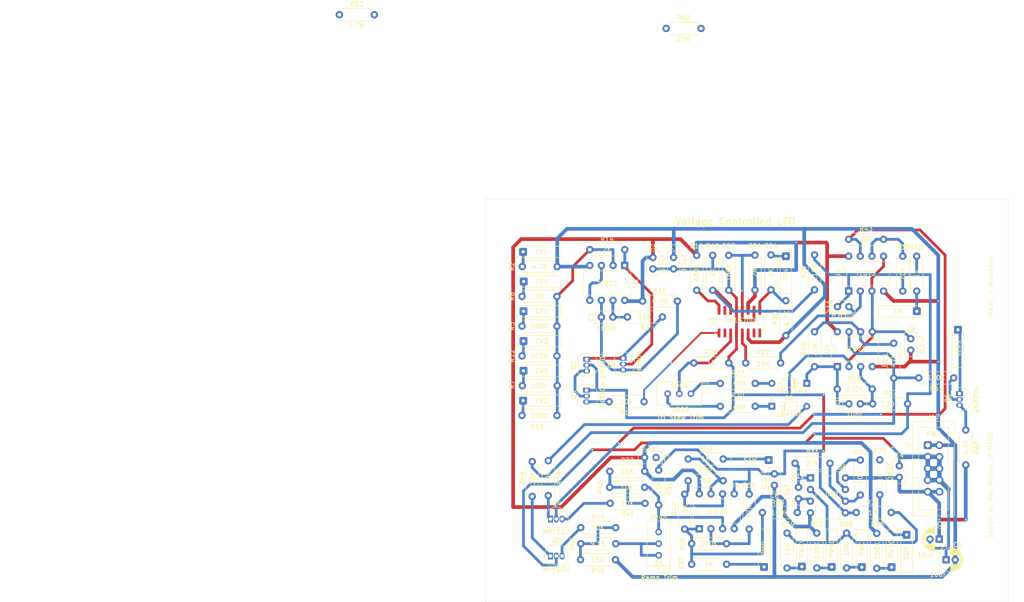
<source format=kicad_pcb>
(kicad_pcb (version 20240108) (generator "pcbnew") (generator_version "8.0")
  (layers (0 "F.Cu" signal) (31 "B.Cu" signal) (34 "B.Paste" user) (35 "F.Paste" user) (36 "B.SilkS" user "B.Silkscreen") (37 "F.SilkS" user "F.Silkscreen") (38 "B.Mask" user) (39 "F.Mask" user) (44 "Edge.Cuts" user))
  (net 0 "")
  (net 1 "Net-(C1-Pad2)")
  (net 2 "Net-(Q1-C)")
  (net 3 "GND")
  (net 4 "+12V")
  (net 5 "-12V")
  (net 6 "Net-(U4A-+)")
  (net 7 "Net-(D1-K)")
  (net 8 "Net-(Q5-S)")
  (net 9 "Net-(U2A--)")
  (net 10 "Net-(U6A-+)")
  (net 11 "Net-(C12-Pad2)")
  (net 12 "Net-(J9-Pad1)")
  (net 13 "Net-(D1-A)")
  (net 14 "Net-(D2-K)")
  (net 15 "Net-(LED1-A)")
  (net 16 "Net-(Q1-B)")
  (net 17 "Net-(Q1-E)")
  (net 18 "Net-(Q2-C)")
  (net 19 "Net-(Q3-C)")
  (net 20 "Net-(Q4-D)")
  (net 21 "Net-(Q4-S)")
  (net 22 "Net-(Q4-G)")
  (net 23 "Net-(Q5-D)")
  (net 24 "Net-(Q5-G)")
  (net 25 "Net-(Q6-B)")
  (net 26 "Net-(Q6-C)")
  (net 27 "Net-(U1A--)")
  (net 28 "Net-(R16-Pad1)")
  (net 29 "Net-(U3C-+)")
  (net 30 "Net-(R20-Pad2)")
  (net 31 "Net-(R22-Pad1)")
  (net 32 "Net-(R23-Pad2)")
  (net 33 "Net-(U3A-+)")
  (net 34 "Net-(R27-Pad1)")
  (net 35 "Net-(R29-Pad1)")
  (net 36 "Net-(R30-Pad1)")
  (net 37 "Net-(U6B--)")
  (net 38 "Net-(R32-Pad1)")
  (net 39 "Net-(U5A-+)")
  (net 40 "Net-(U6A--)")
  (net 41 "Net-(U2B--)")
  (net 42 "Net-(R44-Pad2)")
  (net 43 "Net-(R45-Pad2)")
  (net 44 "Net-(U5B--)")
  (net 45 "Net-(U4B--)")
  (net 46 "/C_INV_SQR")
  (net 47 "Net-(R52-Pad1)")
  (net 48 "Net-(J10-Pad1)")
  (net 49 "Net-(U5A--)")
  (net 50 "Net-(J11-Pad1)")
  (net 51 "Net-(R62-Pad2)")
  (net 56 "Net-(R33-Pad1)")
  (net 57 "Net-(J12-Pad1)")
  (net 58 "Net-(J13-Pad1)")
  (net 59 "Net-(J14-Pad1)")
  (net 60 "Net-(J1-T)")
  (net 61 "Net-(J2-T)")
  (net 62 "Net-(J3-T)")
  (net 63 "Net-(J4-T)")
  (net 64 "Net-(J5-T)")
  (net 65 "Net-(J6-T)")
  (net 66 "Net-(J7-T)")
  (net 67 "Net-(J8-T)")
  (net 68 "Net-(J16-T)")
  (net 69 "CV_OUTPUT")
  (footprint "Resistor_THT:R_Axial_DIN0207_L6.3mm_D2.5mm_P7.62mm_Horizontal" (layer "F.Cu") (at 156.25 77.85 90)
    (property "Reference" "R38")
    (property "Value" "20K")
  )
  (footprint "Resistor_THT:R_Axial_DIN0207_L6.3mm_D2.5mm_P7.62mm_Horizontal" (layer "F.Cu") (at 147 114.75 -90)
    (property "Reference" "R35")
    (property "Value" "10K")
  )
  (footprint "Resistor_THT:R_Axial_DIN0207_L6.3mm_D2.5mm_P7.62mm_Horizontal" (layer "F.Cu") (at 95.6 68.79 180)
    (property "Reference" "R14")
    (property "Value" "2K")
  )
  (footprint "MountingHole:MountingHole_3.2mm_M3" (layer "F.Cu") (at 173.25 139.75)
    (property "Reference" "REF**" (hide yes))
    (property "Value" "MountingHole_3.2mm_M3")
  )
  (footprint "Connector_Wire:SolderWire-0.127sqmm_1x01_D0.48mm_OD1mm_Custom" (layer "F.Cu") (at 73.55 75.75 90)
    (property "Reference" "J11")
    (property "Value" "FFV")
  )
  (footprint "Resistor_THT:R_Axial_DIN0207_L6.3mm_D2.5mm_P7.62mm_Horizontal" (layer "F.Cu") (at 132.75 115.44)
    (property "Reference" "R31")
    (property "Value" "27K")
  )
  (footprint "Capacitor_THT:C_Disc_D5.0mm_W2.5mm_P2.50mm" (layer "F.Cu") (at 147 102.46 180)
    (property "Reference" "C10")
    (property "Value" "10pF")
  )
  (footprint "Connector_Wire:SolderWire-0.127sqmm_1x01_D0.48mm_OD1mm_Custom" (layer "F.Cu") (at 73.5 82.25 90)
    (property "Reference" "J10")
    (property "Value" "CFV")
  )
  (footprint "Resistor_THT:R_Axial_DIN0207_L6.3mm_D2.5mm_P7.62mm_Horizontal" (layer "F.Cu") (at 104.63 20.5)
    (property "Reference" "R62")
    (property "Value" "27K")
  )
  (footprint "Package_DIP:DIP-8_W7.62mm" (layer "F.Cu") (at 111.87 129.74 90)
    (property "Reference" "U5")
    (property "Value" "TL072")
  )
  (footprint "Resistor_THT:R_Axial_DIN0207_L6.3mm_D2.5mm_P7.62mm_Horizontal" (layer "F.Cu") (at 73.25 72.5)
    (property "Reference" "R2")
    (property "Value" "4.7K")
  )
  (footprint "Resistor_THT:R_Axial_DIN0207_L6.3mm_D2.5mm_P7.62mm_Horizontal" (layer "F.Cu") (at 33.34 17.5)
    (property "Reference" "R63")
    (property "Value" "4.7M")
  )
  (footprint "Capacitor_THT:C_Disc_D5.0mm_W2.5mm_P2.50mm" (layer "F.Cu") (at 142 81.25)
    (property "Reference" "C11")
    (property "Value" "0.02uF")
  )
  (footprint "Package_TO_SOT_THT:TO-92_Inline" (layer "F.Cu") (at 79.38 135.69)
    (property "Reference" "Q5")
    (property "Value" "MPF102")
  )
  (footprint "Resistor_THT:R_Axial_DIN0207_L6.3mm_D2.5mm_P7.62mm_Horizontal" (layer "F.Cu") (at 141.98 99.25)
    (property "Reference" "R18")
    (property "Value" "270K")
  )
  (footprint "Resistor_THT:R_Axial_DIN0207_L6.3mm_D2.5mm_P7.62mm_Horizontal" (layer "F.Cu") (at 80.81 92 180)
    (property "Reference" "R12")
    (property "Value" "100K")
  )
  (footprint "Resistor_THT:R_Axial_DIN0207_L6.3mm_D2.5mm_P7.62mm_Horizontal" (layer "F.Cu") (at 92.42 124.19)
    (property "Reference" "R41")
    (property "Value" "10K")
  )
  (footprint "Resistor_THT:R_Axial_DIN0207_L6.3mm_D2.5mm_P7.62mm_Horizontal" (layer "F.Cu") (at 117.06 119.25 180)
    (property "Reference" "R52")
    (property "Value" "10K")
  )
  (footprint "Connector_Wire:SolderWire-0.127sqmm_1x01_D0.48mm_OD1mm_Custom" (layer "F.Cu") (at 73.5 88.75 90)
    (property "Reference" "J3")
    (property "Value" "CV3")
  )
  (footprint "Package_TO_SOT_THT:TO-92_Inline" (layer "F.Cu") (at 168.64 100.23 -90)
    (property "Reference" "Q6")
    (property "Value" "2N3904")
  )
  (footprint "Resistor_THT:R_Axial_DIN0207_L6.3mm_D2.5mm_P7.62mm_Horizontal" (layer "F.Cu") (at 80.81 105 180)
    (property "Reference" "R13")
    (property "Value" "100K")
  )
  (footprint "Capacitor_THT:C_Disc_D5.0mm_W2.5mm_P2.50mm" (layer "F.Cu") (at 99.92 114.19)
    (property "Reference" "C3")
    (property "Value" "0.1uF")
  )
  (footprint "Connector_Wire:SolderWire-0.127sqmm_1x01_D0.48mm_OD1mm_Custom" (layer "F.Cu") (at 157.08 131.06)
    (property "Reference" "J6")
    (property "Value" "SQR")
  )
  (footprint "Resistor_THT:R_Axial_DIN0207_L6.3mm_D2.5mm_P7.62mm_Horizontal" (layer "F.Cu") (at 116.44 103)
    (property "Reference" "R30")
    (property "Value" "100K")
  )
  (footprint "Connector_Wire:SolderWire-0.127sqmm_1x01_D0.48mm_OD1mm_Custom" (layer "F.Cu") (at 159.325 82.25 -90)
    (property "Reference" "J4")
    (property "Value" "TRI")
  )
  (footprint "Connector_Wire:SolderWire-0.127sqmm_1x01_D0.48mm_OD1mm_Custom" (layer "F.Cu") (at 127 114.75 -90)
    (property "Reference" "J7")
    (property "Value" "SAW")
  )
  (footprint "Resistor_THT:R_Axial_DIN0207_L6.3mm_D2.5mm_P7.62mm_Horizontal" (layer "F.Cu") (at 93.56 136.5 180)
    (property "Reference" "R50")
    (property "Value" "15K")
  )
  (footprint "Potentiometer_THT:Potentiometer_Bourns_3296X_Horizontal" (layer "F.Cu") (at 103 130.46 90)
    (property "Reference" "VR46")
    (property "Value" "2K")
  )
  (footprint "Resistor_THT:R_Axial_DIN0207_L6.3mm_D2.5mm_P7.62mm_Horizontal" (layer "F.Cu") (at 124 70 -90)
    (property "Reference" "R24")
    (property "Value" "2M")
  )
  (footprint "Resistor_THT:R_Axial_DIN0207_L6.3mm_D2.5mm_P7.62mm_Horizontal" (layer "F.Cu") (at 170 108.19 -90)
    (property "Reference" "R60")
    (property "Value" "4.7K")
  )
  (footprint "Package_TO_SOT_THT:TO-92_Inline" (layer "F.Cu") (at 87.29 92.75 -90)
    (property "Reference" "Q2")
    (property "Value" "2N3904")
  )
  (footprint "Package_TO_SOT_THT:TO-92_Inline" (layer "F.Cu") (at 95.25 92.52 -90)
    (property "Reference" "Q1")
    (property "Value" "2N3904")
  )
  (footprint "Resistor_THT:R_Axial_DIN0207_L6.3mm_D2.5mm_P7.62mm_Horizontal" (layer "F.Cu") (at 108.67 129.81 90)
    (property "Reference" "R47")
    (property "Value" "10K")
  )
  (footprint "Connector_Wire:SolderWire-0.127sqmm_1x01_D0.48mm_OD1mm_Custom" (layer "F.Cu") (at 73.5 95.25 90)
    (property "Reference" "J1")
    (property "Value" "CV1")
  )
  (footprint "Package_DIP:DIP-8_W7.62mm" (layer "F.Cu") (at 95.59 72.24 -90)
    (property "Reference" "U1")
    (property "Value" "TL072")
  )
  (footprint "Capacitor_THT:C_Disc_D5.0mm_W2.5mm_P2.50mm" (layer "F.Cu") (at 128.25 117.75 -90)
    (property "Reference" "C8")
    (property "Value" "0.1uF")
  )
  (footprint "Resistor_THT:R_Axial_DIN0207_L6.3mm_D2.5mm_P7.62mm_Horizontal" (layer "F.Cu") (at 137 77.56 90)
    (property "Reference" "R28")
    (property "Value" "110K")
  )
  (footprint "Resistor_THT:R_Axial_DIN0207_L6.3mm_D2.5mm_P7.62mm_Horizontal" (layer "F.Cu") (at 86 129.5)
    (property "Reference" "R44")
    (property "Value" "10K")
  )
  (footprint "MountingHole:MountingHole_3.2mm_M3" (layer "F.Cu") (at 71.25 63.75)
    (property "Reference" "REF**" (hide yes))
    (property "Value" "MountingHole_3.2mm_M3")
  )
  (footprint "Connector_Wire:SolderWire-0.127sqmm_1x01_D0.48mm_OD1mm_Custom" (layer "F.Cu") (at 134.25 138 180)
    (property "Reference" "J16")
    (property "Value" "PWXV")
  )
  (footprint "Package_DIP:DIP-8_W7.62mm" (layer "F.Cu") (at 141.99 94.34 90)
    (property "Reference" "U4")
    (property "Value" "TL072")
  )
  (footprint "Capacitor_THT:C_Disc_D5.0mm_W2.5mm_P2.50mm" (layer "F.Cu") (at 101.75 70.5 -90)
    (property "Reference" "C5")
    (property "Value" "0.1uF")
  )
  (footprint "Capacitor_THT:CP_Radial_D5.0mm_P2.00mm" (layer "F.Cu") (at 165.705113 136.5)
    (property "Reference" "C6")
    (property "Value" "10uF")
  )
  (footprint "Connector_Wire:SolderWire-0.127sqmm_1x01_D0.48mm_OD1mm_Custom" (layer "F.Cu") (at 73.425 101.75 90)
    (property "Reference" "J2")
    (property "Value" "CV2")
  )
  (footprint "Resistor_THT:R_Axial_DIN0207_L6.3mm_D2.5mm_P7.62mm_Horizontal" (layer "F.Cu") (at 127.5 77.56 90)
    (property "Reference" "R21")
    (property "Value" "1K")
  )
  (footprint "Capacitor_THT:C_Disc_D5.0mm_W2.5mm_P2.50mm" (layer "F.Cu") (at 155.5 118.5 90)
    (property "Reference" "C4")
    (property "Value" "0.1uF")
  )
  (footprint "Resistor_THT:R_Axial_DIN0207_L6.3mm_D2.5mm_P7.62mm_Horizontal" (layer "F.Cu") (at 154.29 96.85 90)
    (property "Reference" "R54")
    (property "Value" "47K")
  )
  (footprint "Connector_Wire:SolderWire-0.127sqmm_1x01_D0.48mm_OD1mm_Custom" (layer "F.Cu") (at 168.29 86.29)
    (property "Reference" "LED1")
    (property "Value" "LED1")
  )
  (footprint "Resistor_THT:R_Axial_DIN0207_L6.3mm_D2.5mm_P7.62mm_Horizontal" (layer "F.Cu") (at 137.5 130.69 -90)
    (property "Reference" "R42")
    (property "Value" "100K")
  )
  (footprint "Resistor_THT:R_Axial_DIN0207_L6.3mm_D2.5mm_P7.62mm_Horizontal" (layer "F.Cu") (at 92.3 120.69)
    (property "Reference" "R40")
    (property "Value" "10K")
  )
  (footprint "Resistor_THT:R_Axial_DIN0207_L6.3mm_D2.5mm_P7.62mm_Horizontal" (layer "F.Cu") (at 86 133)
    (property "Reference" "R45")
    (property "Value" "9.1K")
  )
  (footprint "Resistor_THT:R_Axial_DIN0207_L6.3mm_D2.5mm_P7.62mm_Horizontal" (layer "F.Cu") (at 137 94.35 90)
    (property "Reference" "R48")
    (property "Value" "47K")
  )
  (footprint "Package_TO_SOT_THT:TO-92_Inline" (layer "F.Cu") (at 79.38 127.61)
    (property "Reference" "Q4")
    (property "Value" "MPF102")
  )
  (footprint "Resistor_THT:R_Axial_DIN0207_L6.3mm_D2.5mm_P7.62mm_Horizontal" (layer "F.Cu") (at 144 138.31 90)
    (property "Reference" "R58")
    (property "Value" "10K")
  )
  (footprint "Connector_IDC:IDC-Header_2x05_P2.54mm_Vertical" (layer "F.Cu") (at 161.71 111.5)
    (property "Reference" "J17")
    (property "Value" "PWR")
  )
  (footprint "Resistor_THT:R_Axial_DIN0207_L6.3mm_D2.5mm_P7.62mm_Horizontal" (layer "F.Cu") (at 73.25 98.5)
    (property "Reference" "R7")
    (property "Value" "100K")
  )
  (footprint "Resistor_THT:R_Axial_DIN0207_L6.3mm_D2.5mm_P7.62mm_Horizontal" (layer "F.Cu") (at 131 138.31 90)
    (property "Reference" "R59")
    (property "Value" "10K")
  )
  (footprint "Resistor_THT:R_Axial_DIN0207_L6.3mm_D2.5mm_P7.62mm_Horizontal" (layer "F.Cu") (at 99.48 80.04)
    (property "Reference" "R10")
    (property "Value" "4.7M")
  )
  (footprint "Resistor_THT:R_Axial_DIN0207_L6.3mm_D2.5mm_P7.62mm_Horizontal" (layer "F.Cu") (at 111.29 77.66 90)
    (property "Reference" "R16")
    (property "Value" "680K")
  )
  (footprint "Connector_Wire:SolderWire-0.127sqmm_1x01_D0.48mm_OD1mm_Custom" (layer "F.Cu") (at 73.425 69.25 90)
    (property "Reference" "J9")
    (property "Value" "CFL")
  )
  (footprint "MountingHole:MountingHole_3.2mm_M3" (layer "F.Cu") (at 173.25 63.75)
    (property "Reference" "REF**" (hide yes))
    (property "Value" "MountingHole_3.2mm_M3")
  )
  (footprint "Resistor_THT:R_Axial_DIN0207_L6.3mm_D2.5mm_P7.62mm_Horizontal" (layer "F.Cu") (at 149.69 102.46)
    (property "Reference" "R17")
    (property "Value" "120K")
  )
  (footprint "Resistor_THT:R_Axial_DIN0207_L6.3mm_D2.5mm_P7.62mm_Horizontal" (layer "F.Cu") (at 167.365 96.79 180)
    (property "Reference" "R61")
    (property "Value" "100K")
  )
  (footprint "Resistor_THT:R_Axial_DIN0207_L6.3mm_D2.5mm_P7.62mm_Horizontal" (layer "F.Cu") (at 130.75 87.56 90)
    (property "Reference" "R20")
    (property "Value" "4.7K")
  )
  (footprint "Capacitor_THT:C_Disc_D5.0mm_W2.5mm_P2.50mm" (layer "F.Cu") (at 106.25 73 90)
    (property "Reference" "C7")
    (property "Value" "0.1uF")
  )
  (footprint "Resistor_THT:R_Axial_DIN0207_L6.3mm_D2.5mm_P7.62mm_Horizontal" (layer "F.Cu") (at 118.29 77.66 90)
    (property "Reference" "R23")
    (property "Value" "180K")
  )
  (footprint "Resistor_THT:R_Axial_DIN0207_L6.3mm_D2.5mm_P7.62mm_Horizontal" (layer "F.Cu") (at 152.06 66.54 180)
    (property "Reference" "R43")
    (property "Value" "20K")
  )
  (footprint "Resistor_THT:R_Axial_DIN0207_L6.3mm_D2.5mm_P7.62mm_Horizontal" (layer "F.Cu") (at 159.29 77.85 90)
    (property "Reference" "R15")
    (property "Value" "1K")
  )
  (footprint "Resistor_THT:R_Axial_DIN0207_L6.3mm_D2.5mm_P7.62mm_Horizontal" (layer "F.Cu") (at 121.98 93.54)
    (property "Reference" "R22")
    (property "Value" "39K")
  )
  (footprint "Capacitor_THT:C_Disc_D5.0mm_W2.5mm_P2.50mm" (layer "F.Cu") (at 133.5 123.19 90)
    (property "Reference" "C12")
    (property "Value" "10pF")
  )
  (footprint "Package_DIP:DIP-8_W7.62mm" (layer "F.Cu") (at 144.45 77.84 90)
    (property "Reference" "U2")
    (property "Value" "TL072")
  )
  (footprint "Package_TO_SOT_THT:TO-92_Inline" (layer "F.Cu") (at 87.25 99.5 -90)
    (property "Reference" "Q3")
    (property "Value" "2N3906")
  )
  (footprint "Connector_Wire:SolderWire-0.127sqmm_1x01_D0.48mm_OD1mm_Custom" (layer "F.Cu") (at 130.75 70.215)
    (property "Reference" "J5")
    (property "Value" "SIN")
  )
  (footprint "MountingHole:MountingHole_3.2mm_M3" (layer "F.Cu") (at 71.25 139.75)
    (property "Reference" "REF**" (hide yes))
    (property "Value" "MountingHole_3.2mm_M3")
  )
  (footprint "Connector_Wire:SolderWire-0.127sqmm_1x01_D0.48mm_OD1mm_Custom" (layer "F.Cu") (at 153.83 138.135 180)
    (property "Reference" "J14")
    (property "Value" "PW10")
  )
  (footprint "Potentiometer_THT:Potentiometer_Bourns_3296X_Horizontal" (layer "F.Cu") (at 104.96 100.25 180)
    (property "Reference" "VR25")
    (property "Value" "100K")
  )
  (footprint "Resistor_THT:R_Axial_DIN0207_L6.3mm_D2.5mm_P7.62mm_Horizontal" (layer "F.Cu") (at 78.92 114.88 -90)
    (property "Reference" "R39")
    (property "Value" "30K")
  )
  (footprint "Resistor_THT:R_Axial_DIN0207_L6.3mm_D2.5mm_P7.62mm_Horizontal" (layer "F.Cu") (at 75.42 115.07 -90)
    (property "Reference" "R49")
    (property "Value" "30K")
  )
  (footprint "Resistor_THT:R_Axial_DIN0207_L6.3mm_D2.5mm_P7.62mm_Horizontal" (layer "F.Cu") (at 92.34 117.19)
    (property "Reference" "R32")
    (property "Value" "15K")
  )
  (footprint "Resistor_THT:R_Axial_DIN0207_L6.3mm_D2.5mm_P7.62mm_Horizontal" (layer "F.Cu") (at 103 116.94 -90)
    (property "Reference" "R51")
    (property "Value" "10K")
  )
  (footprint "Connector_Wire:SolderWire-0.127sqmm_1x01_D0.48mm_OD1mm_Custom" (layer "F.Cu") (at 147.33 138.135 180)
    (property "Reference" "J12")
    (property "Value" "PWC")
  )
  (footprint "Resistor_THT:R_Axial_DIN0207_L6.3mm_D2.5mm_P7.62mm_Horizontal" (layer "F.Cu") (at 117.06 114.5 180)
    (property "Reference" "R53")
    (property "Value" "1K")
  )
  (footprint "Resistor_THT:R_Axial_DIN0207_L6.3mm_D2.5mm_P7.62mm_Horizontal" (layer "F.Cu") (at 110.19 133)
    (property "Reference" "R56")
    (property "Value" "100K")
  )
  (footprint "Resistor_THT:R_Axial_DIN0207_L6.3mm_D2.5mm_P7.62mm_Horizontal" (layer "F.Cu") (at 151.25 114.69 -90)
    (property "Reference" "R29")
    (property "Value" "1K")
  )
  (footprint "Resistor_THT:R_Axial_DIN0207_L6.3mm_D2.5mm_P7.62mm_Horizontal" (layer "F.Cu") (at 110.67 93.54)
    (property "Reference" "R26")
    (property "Value" "1K")
  )
  (footprint "Resistor_THT:R_Axial_DIN0207_L6.3mm_D2.5mm_P7.62mm_Horizontal" (layer "F.Cu") (at 99.81 102 180)
    (property "Reference" "R11")
    (property "Value" "10K")
  )
  (footprint "Resistor_THT:R_Axial_DIN0207_L6.3mm_D2.5mm_P7.62mm_Horizontal" (layer "F.Cu") (at 122.75 129.81 90)
    (property "Reference" "R55")
    (property "Value" "47K")
  )
  (footprint "Package_SO:SOIC-16_3.9x9.9mm_P1.27mm" (layer "F.Cu") (at 120.615 84.515 90)
    (property "Reference" "U3")
    (property "Value" "LM13700")
  )
  (footprint "Resistor_THT:R_Axial_DIN0207_L6.3mm_D2.5mm_P7.62mm_Horizontal" (layer "F.Cu") (at 150.58 138.37 90)
    (property "Reference" "R36")
    (property "Value" "100K")
  )
  (footprint "Resistor_THT:R_Axial_DIN0207_L6.3mm_D2.5mm_P7.62mm_Horizontal" (layer "F.Cu") (at 146.11 126.19)
    (property "Reference" "R34")
    (property "Value" "1M")
  )
  (footprint "Connector_Wire:SolderWire-0.127sqmm_1x01_D0.48mm_OD1mm_Custom" (layer "F.Cu") (at 126 138.075 180)
    (property "Reference" "J8")
    (property "Value" "RMP")
  )
  (footprint "Resistor_THT:R_Axial_DIN0207_L6.3mm_D2.5mm_P7.62mm_Horizontal" (layer "F.Cu") (at 116.44 98)
    (property "Reference" "R27")
    (property "Value" "100K")
  )
  (footprint "Capacitor_THT:C_Disc_D5.0mm_W2.5mm_P2.50mm" (layer "F.Cu") (at 158 88.25 -90)
    (property "Reference" "C9")
    (property "Value" "0.1uF")
  )
  (footprint "Resistor_THT:R_Axial_DIN0207_L6.3mm_D2.5mm_P7.62mm_Horizontal" (layer "F.Cu") (at 114.79 77.66 90)
    (property "Reference" "R19")
    (property "Value" "2K")
  )
  (footprint "Capacitor_THT:C_Disc_D5.0mm_W2.5mm_P2.50mm" (layer "F.Cu") (at 90.5 83.54)
    (property "Reference" "C1")
    (property "Value" "100pF")
  )
  (footprint "Resistor_THT:R_Axial_DIN0207_L6.3mm_D2.5mm_P7.62mm_Horizontal" (layer "F.Cu") (at 117.81 137.5 180)
    (property "Reference" "R57")
    (property "Value" "1K")
  )
  (footprint "Capacitor_THT:CP_Radial_D5.0mm_P2.00mm" (layer "F.Cu") (at 164.205113 132 180)
    (property "Reference" "C2")
    (property "Value" "10uF")
  )
  (footprint "Resistor_THT:R_Axial_DIN0207_L6.3mm_D2.5mm_P7.62mm_Horizontal" (layer "F.Cu") (at 80.81 79 180)
    (property "Reference" "R8")
    (property "Value" "3M")
  )
  (footprint "Diode_THT:D_DO-34_SOD68_P7.62mm_Horizontal" (layer "F.Cu") (at 127.685 103)
    (property "Reference" "D2")
    (property "Value" "1N4148")
  )
  (footprint "Diode_THT:D_DO-34_SOD68_P7.62mm_Horizontal" (layer "F.Cu") (at 135.315 98 180)
    (property "Reference" "D1")
    (property "Value" "1N4148")
  )
  (footprint "Package_DIP:DIP-8_W7.62mm" (layer "F.Cu") (at 136.12 118.64)
    (property "Reference" "U6")
    (property "Value" "TL072")
  )
  (footprint "Resistor_THT:R_Axial_DIN0207_L6.3mm_D2.5mm_P7.62mm_Horizontal" (layer "F.Cu") (at 125.63 126.19)
    (property "Reference" "R33")
    (property "Value" "100K")
  )
  (footprint "Connector_Wire:SolderWire-0.127sqmm_1x01_D0.48mm_OD1mm_Custom" (layer "F.Cu") (at 140.75 138.075 180)
    (property "Reference" "J13")
    (property "Value" "PW90")
  )
  (footprint "Resistor_THT:R_Axial_DIN0207_L6.3mm_D2.5mm_P7.62mm_Horizontal" (layer "F.Cu") (at 80.81 85.5 180)
    (property "Reference" "R5")
    (property "Value" "100K")
  )
  (footprint "Resistor_THT:R_Axial_DIN0207_L6.3mm_D2.5mm_P7.62mm_Horizontal" (layer "F.Cu") (at 103.81 83.5 180)
    (property "Reference" "R3")
    (property "Value" "10K")
  )
  (gr_rect (start 65.25 57.75) (end 179.25 145.75) (stroke (width 0.05)) (fill none) (layer "Edge.Cuts"))
  (gr_text "Voltage Controlled LFO" (at 106.5 63.5 0) (layer "F.SilkS") (effects (font (size 1.5 1.5) (thickness 0.2)) (justify left bottom)))
  (gr_text "Design by Ray Wilson of MFOS" (at 176 132 90) (layer "F.SilkS") (effects (font (size 1 1) (thickness 0.1)) (justify left bottom)))
  (gr_text "Ramp Trim" (at 99 141 0) (layer "F.SilkS") (effects (font (size 1 1) (thickness 0.2) (bold yes)) (justify left bottom)))
  (gr_text "Tri Skew Trim" (at 102.5 106 0) (layer "F.SilkS") (effects (font (size 1 1) (thickness 0.2) (bold yes)) (justify left bottom)))
  (gr_text "Made in Australia" (at 176 83.5 90) (layer "F.SilkS") (effects (font (size 1 1) (thickness 0.1)) (justify left bottom)))
  (segment (start 93 79.91) (end 93.05 79.86) (width 0.6) (layer "B.Cu") (net 1))
  (segment (start 96.15 83.54) (end 96.19 83.5) (width 0.6) (layer "B.Cu") (net 1))
  (segment (start 93 83.54) (end 96.15 83.54) (width 0.6) (layer "B.Cu") (net 1))
  (segment (start 93 83.54) (end 93 79.91) (width 0.6) (layer "B.Cu") (net 1))
  (segment (start 90.51 79.86) (end 90.51 83.53) (width 0.6) (layer "B.Cu") (net 2))
  (segment (start 90.5 83.54) (end 90.5 92.75) (width 0.6) (layer "B.Cu") (net 2))
  (segment (start 92.81 95.06) (end 94.27 95.06) (width 0.6) (layer "B.Cu") (net 2))
  (segment (start 107.1 87.15) (end 107.1 80.04) (width 0.6) (layer "B.Cu") (net 2))
  (segment (start 94.27 95.06) (end 99.19 95.06) (width 0.6) (layer "B.Cu") (net 2))
  (segment (start 90.5 92.75) (end 92.81 95.06) (width 0.6) (layer "B.Cu") (net 2))
  (segment (start 90.51 83.53) (end 90.5 83.54) (width 0.6) (layer "B.Cu") (net 2))
  (segment (start 99.19 95.06) (end 107.1 87.15) (width 0.6) (layer "B.Cu") (net 2))
  (segment (start 139 100.5) (end 139 110) (width 0.6) (layer "F.Cu") (net 3))
  (segment (start 149.61 87.89) (end 144.53 92.97) (width 0.6) (layer "F.Cu") (net 3))
  (segment (start 139 110) (end 152 110) (width 0.6) (layer "F.Cu") (net 3))
  (segment (start 119.98 79.35) (end 119.98 82.04) (width 0.6) (layer "F.Cu") (net 3))
  (segment (start 118.29 92.21) (end 119.98 90.52) (width 0.6) (layer "F.Cu") (net 3))
  (segment (start 149.5 75) (end 149.5 77.81) (width 0.6) (layer "F.Cu") (net 3))
  (segment (start 139 110) (end 139 112.75) (width 0.6) (layer "F.Cu") (net 3))
  (segment (start 149.61 86.72) (end 149.61 87.89) (width 0.6) (layer "F.Cu") (net 3))
  (segment (start 152 110) (end 154 112) (width 0.6) (layer "F.Cu") (net 3))
  (segment (start 118.29 77.66) (end 119.98 79.35) (width 0.6) (layer "F.Cu") (net 3))
  (segment (start 152.07 70.22) (end 152.07 72.43) (width 0.6) (layer "F.Cu") (net 3))
  (segment (start 118.29 93.54) (end 118.29 92.21) (width 0.6) (layer "F.Cu") (net 3))
  (segment (start 149.5 77.81) (end 149.53 77.84) (width 0.6) (layer "F.Cu") (net 3))
  (segment (start 119.98 82.04) (end 119.98 86.99) (width 0.6) (layer "F.Cu") (net 3))
  (segment (start 144.53 92.97) (end 144.53 94.34) (width 0.6) (layer "F.Cu") (net 3))
  (segment (start 152.07 72.43) (end 149.5 75) (width 0.6) (layer "F.Cu") (net 3))
  (segment (start 119.98 90.52) (end 119.98 86.99) (width 0.6) (layer "F.Cu") (net 3))
  (via (at 139 100.5) (size 0.6) (drill 0.3) (layers "F.Cu" "B.Cu") (net 3))
  (via (at 139 112.75) (size 0.6) (drill 0.3) (layers "F.Cu" "B.Cu") (net 3))
  (via (at 154 112) (size 0.6) (drill 0.3) (layers "F.Cu" "B.Cu") (net 3))
  (segment (start 124.75 116.75) (end 122.75 116.75) (width 0.6) (layer "B.Cu") (net 3))
  (segment (start 164.25 114.04) (end 161.71 114.04) (width 1) (layer "B.Cu") (net 3))
  (segment (start 166.25 134) (end 166.25 121.12) (width 0.6) (layer "B.Cu") (net 3))
  (segment (start 138.25 120.77) (end 138.25 112.75) (width 0.6) (layer "B.Cu") (net 3))
  (segment (start 165.705113 134) (end 165.705113 136.25) (width 0.6) (layer "B.Cu") (net 3))
  (segment (start 96 105.5) (end 96 99.5) (width 0.6) (layer "B.Cu") (net 3))
  (segment (start 106.61 112.5) (end 104.92 114.19) (width 0.6) (layer "B.Cu") (net 3))
  (segment (start 87.29 94.02) (end 88.56 94.02) (width 0.6) (layer "B.Cu") (net 3))
  (segment (start 161.71 119.12) (end 164.25 119.12) (width 1) (layer "B.Cu") (net 3))
  (segment (start 96 99.5) (end 89.25 99.5) (width 0.6) (layer "B.Cu") (net 3))
  (segment (start 90.51 72.24) (end 90.51 75.32) (width 0.6) (layer "B.Cu") (net 3))
  (segment (start 122.75 116.75) (end 115.75 116.75) (width 0.6) (layer "B.Cu") (net 3))
  (segment (start 130.5 112.75) (end 130.5 117.75) (width 0.6) (layer "B.Cu") (net 3))
  (segment (start 144.53 93.20863) (end 143.32137 92) (width 0.6) (layer "B.Cu") (net 3))
  (segment (start 165.705113 134) (end 166.25 134) (width 0.6) (layer "B.Cu") (net 3))
  (segment (start 118.29 74.04) (end 118.29 77.66) (width 0.6) (layer "B.Cu") (net 3))
  (segment (start 149.61 86.72) (end 149.61 77.92) (width 0.6) (layer "B.Cu") (net 3))
  (segment (start 125.75 117.75) (end 124.75 116.75) (width 0.6) (layer "B.Cu") (net 3))
  (segment (start 111.5 112.5) (end 106.61 112.5) (width 0.6) (layer "B.Cu") (net 3))
  (segment (start 131.5 95.75) (end 131.5 100.5) (width 0.6) (layer "B.Cu") (net 3))
  (segment (start 138.25 112.75) (end 139 112.75) (width 0.6) (layer "B.Cu") (net 3))
  (segment (start 162.205113 133.13137) (end 163.073743 134) (width 0.6) (layer "B.Cu") (net 3))
  (segment (start 161.71 114.04) (end 161.71 116.58) (width 1) (layer "B.Cu") (net 3))
  (segment (start 155.5 114) (end 155.5 113.5) (width 0.6) (layer "B.Cu") (net 3))
  (segment (start 156.47 86.72) (end 149.61 86.72) (width 0.6) (layer "B.Cu") (net 3))
  (segment (start 103 116.11) (end 104.92 114.19) (width 0.6) (layer "B.Cu") (net 3))
  (segment (start 89.5 94.96) (end 89.5 99.25) (width 0.6) (layer "B.Cu") (net 3))
  (segment (start 164.25 119.12) (end 164.25 116.58) (width 1) (layer "B.Cu") (net 3))
  (segment (start 122.75 119.5) (end 122.75 116.75) (width 0.6) (layer "B.Cu") (net 3))
  (segment (start 88.56 94.02) (end 89.5 94.96) (width 0.6) (layer "B.Cu") (net 3))
  (segment (start 103 116.94) (end 103 116.11) (width 0.6) (layer "B.Cu") (net 3))
  (segment (start 90.51 75.32) (end 89.79 76.04) (width 0.6) (layer "B.Cu") (net 3))
  (segment (start 122.75 119.5) (end 122.75 122.19) (width 0.6) (layer "B.Cu") (net 3))
  (segment (start 119.25 99.5) (end 119.25 103.5) (width 0.6) (layer "B.Cu") (net 3))
  (segment (start 119.25 94.5) (end 119.25 99.5) (width 0.6) (layer "B.Cu") (net 3))
  (segment (start 118.29 93.54) (end 119.25 94.5) (width 0.6) (layer "B.Cu") (net 3))
  (segment (start 87.97 76.61) (end 87.97 79.86) (width 0.6) (layer "B.Cu") (net 3))
  (segment (start 161.71 116.58) (end 164.25 116.58) (width 1) (layer "B.Cu") (net 3))
  (segment (start 163.073743 134) (end 165.705113 134) (width 0.6) (layer "B.Cu") (net 3))
  (segment (start 117.29 73.04) (end 118.29 74.04) (width 0.6) (layer "B.Cu") (net 3))
  (segment (start 106.29 73.04) (end 114.75 73.04) (width 0.6) (layer "B.Cu") (net 3))
  (segment (start 117.25 105.5) (end 96 105.5) (width 0.6) (layer "B.Cu") (net 3))
  (segment (start 119.25 103.5) (end 117.25 105.5) (width 0.6) (layer "B.Cu") (net 3))
  (segment (start 131.5 100.5) (end 139 100.5) (width 0.6) (layer "B.Cu") (net 3))
  (segment (start 143.32137 92) (end 135.25 92) (width 0.6) (layer "B.Cu") (net 3))
  (segment (start 146.04 126.26) (end 146.11 126.19) (width 0.6) (layer "B.Cu") (net 3))
  (segment (start 158 88.25) (end 156.47 86.72) (width 0.6) (layer "B.Cu") (net 3))
  (segment (start 149.61 77.92) (end 149.53 77.84) (width 0.6) (layer "B.Cu") (net 3))
  (segment (start 122.75 116.75) (end 122.75 117) (width 0.6) (layer "B.Cu") (net 3))
  (segment (start 128.25 117.75) (end 125.75 117.75) (width 0.6) (layer "B.Cu") (net 3))
  (segment (start 135.25 92) (end 131.5 95.75) (width 0.6) (layer "B.Cu") (net 3))
  (segment (start 89.79 76.04) (end 88.54 76.04) (width 0.6) (layer "B.Cu") (net 3))
  (segment (start 155.54 114.04) (end 155.5 114) (width 0.6) (layer "B.Cu") (net 3))
  (segment (start 143.74 126.26) (end 138.25 120.77) (width 0.6) (layer "B.Cu") (net 3))
  (segment (start 155.5 116) (end 155.5 114) (width 0.6) (layer "B.Cu") (net 3))
  (segment (start 161.71 116.58) (end 161.71 119.12) (width 1) (layer "B.Cu") (net 3))
  (segment (start 88.54 76.04) (end 87.97 76.61) (width 0.6) (layer "B.Cu") (net 3))
  (segment (start 119.25 100.5) (end 131.5 100.5) (width 0.6) (layer "B.Cu") (net 3))
  (segment (start 144.53 94.34) (end 144.53 93.20863) (width 0.6) (layer "B.Cu") (net 3))
  (segment (start 154 112) (end 155.5 113.5) (width 0.6) (layer "B.Cu") (net 3))
  (segment (start 119.49 122.12) (end 119.49 119.5) (width 0.6) (layer "B.Cu") (net 3))
  (segment (start 162.205113 132) (end 162.205113 133.13137) (width 0.6) (layer "B.Cu") (net 3))
  (segment (start 115.75 116.75) (end 111.5 112.5) (width 0.6) (layer "B.Cu") (net 3))
  (segment (start 89.5 99.25) (end 89.25 99.5) (width 0.6) (layer "B.Cu") (net 3))
  (segment (start 143.74 126.26) (end 146.04 126.26) (width 0.6) (layer "B.Cu") (net 3))
  (segment (start 130.5 117.75) (end 128.25 117.75) (width 0.6) (layer "B.Cu") (net 3))
  (segment (start 114.79 73) (end 114.75 73.04) (width 0.6) (layer "B.Cu") (net 3))
  (segment (start 89.25 99.5) (end 87.25 99.5) (width 0.6) (layer "B.Cu") (net 3))
  (segment (start 114.79 70.04) (end 114.79 73) (width 0.6) (layer "B.Cu") (net 3))
  (segment (start 114.75 73.04) (end 117.29 73.04) (width 0.6) (layer "B.Cu") (net 3))
  (segment (start 138.25 112.75) (end 130.5 112.75) (width 0.6) (layer "B.Cu") (net 3))
  (segment (start 119.49 119.5) (end 122.75 119.5) (width 0.6) (layer "B.Cu") (net 3))
  (segment (start 106.25 73) (end 101.75 73) (width 0.6) (layer "B.Cu") (net 3))
  (segment (start 166.25 121.12) (end 164.25 119.12) (width 1) (layer "B.Cu") (net 3))
  (segment (start 161.71 114.04) (end 155.54 114.04) (width 1) (layer "B.Cu") (net 3))
  (segment (start 164.25 116.58) (end 164.25 114.04) (width 1) (layer "B.Cu") (net 3))
  (segment (start 133 67.25) (end 139.5 67.25) (width 0.8) (layer "F.Cu") (net 4))
  (segment (start 170 127.75) (end 164.25 127.75) (width 0.8) (layer "F.Cu") (net 4))
  (segment (start 92.56 114.19) (end 81.75 125) (width 0.8) (layer "F.Cu") (net 4))
  (segment (start 124 77.62) (end 124 79) (width 0.8) (layer "F.Cu") (net 4))
  (segment (start 81.75 125) (end 71.25 125) (width 0.8) (layer "F.Cu") (net 4))
  (segment (start 71.25 68.25) (end 73 66.5) (width 0.8) (layer "F.Cu") (net 4))
  (segment (start 71.25 125) (end 71.25 68.25) (width 0.8) (layer "F.Cu") (net 4))
  (segment (start 107.75 66.5) (end 111.29 70.04) (width 0.8) (layer "F.Cu") (net 4))
  (segment (start 139.78 70.22) (end 139.75 70.25) (width 0.8) (layer "F.Cu") (net 4))
  (segment (start 139.75 67.5) (end 139.75 70.25) (width 0.8) (layer "F.Cu") (net 4))
  (segment (start 101.75 66.5) (end 107.75 66.5) (width 0.8) (layer "F.Cu") (net 4))
  (segment (start 124 77.62) (end 124 78.25) (width 0.8) (layer "F.Cu") (net 4))
  (segment (start 139.5 67.25) (end 139.75 67.5) (width 0.8) (layer "F.Cu") (net 4))
  (segment (start 139.75 70.25) (end 139.75 84.48) (width 0.8) (layer "F.Cu") (net 4))
  (segment (start 101.75 70.25) (end 101.75 66.5) (width 0.8) (layer "F.Cu") (net 4))
  (segment (start 122.52 80.98) (end 122.52 82.04) (width 0.8) (layer "F.Cu") (net 4))
  (segment (start 124 79) (end 122.52 80.48) (width 0.8) (layer "F.Cu") (net 4))
  (segment (start 99.92 114.19) (end 92.56 114.19) (width 0.8) (layer "F.Cu") (net 4))
  (segment (start 73 66.5) (end 101.75 66.5) (width 0.8) (layer "F.Cu") (net 4))
  (segment (start 164.25 127.75) (end 164.5 127.75) (width 0.8) (layer "F.Cu") (net 4))
  (segment (start 139.75 84.48) (end 141.99 86.72) (width 0.8) (layer "F.Cu") (net 4))
  (segment (start 144.45 70.22) (end 139.78 70.22) (width 0.8) (layer "F.Cu") (net 4))
  (segment (start 122.52 80.48) (end 122.52 80.98) (width 0.8) (layer "F.Cu") (net 4))
  (via (at 170 127.75) (size 0.8) (drill 0.3) (layers "F.Cu" "B.Cu") (net 4))
  (via (at 133 67.25) (size 0.8) (drill 0.3) (layers "F.Cu" "B.Cu") (net 4))
  (via (at 164.25 127.75) (size 0.8) (drill 0.3) (layers "F.Cu" "B.Cu") (net 4))
  (segment (start 164.205113 132) (end 164.205113 124.155113) (width 0.8) (layer "B.Cu") (net 4))
  (segment (start 99.96 114.23) (end 99.92 114.19) (width 0.8) (layer "B.Cu") (net 4))
  (segment (start 170 115.81) (end 170 127.75) (width 0.8) (layer "B.Cu") (net 4))
  (segment (start 149.25 113) (end 147.25 111) (width 0.8) (layer "B.Cu") (net 4))
  (segment (start 155.66 121.66) (end 161.71 121.66) (width 0.8) (layer "B.Cu") (net 4))
  (segment (start 111.87 118.37) (end 111.87 122.12) (width 0.8) (layer "B.Cu") (net 4))
  (segment (start 133 73.25) (end 124 73.25) (width 0.8) (layer "B.Cu") (net 4))
  (segment (start 149.25 118.64) (end 155.36 118.64) (width 0.8) (layer "B.Cu") (net 4))
  (segment (start 130.462452 67.25) (end 130.305824 67.25) (width 0.8) (layer "B.Cu") (net 4))
  (segment (start 143.74 118.64) (end 149.25 118.64) (width 0.8) (layer "B.Cu") (net 4))
  (segment (start 155.36 118.64) (end 155.5 118.5) (width 0.8) (layer "B.Cu") (net 4))
  (segment (start 155.5 118.5) (end 155.5 121.5) (width 0.8) (layer "B.Cu") (net 4))
  (segment (start 110.5 117) (end 111.87 118.37) (width 0.8) (layer "B.Cu") (net 4))
  (segment (start 99.48 80.04) (end 95.77 80.04) (width 0.8) (layer "B.Cu") (net 4))
  (segment (start 106.25 119) (end 108.25 117) (width 0.8) (layer "B.Cu") (net 4))
  (segment (start 133 67.25) (end 130.462452 67.25) (width 0.8) (layer "B.Cu") (net 4))
  (segment (start 133 68.231678) (end 133 73.25) (width 0.8) (layer "B.Cu") (net 4))
  (segment (start 111.29 67.25) (end 111.29 70.04) (width 0.8) (layer "B.Cu") (net 4))
  (segment (start 161.71 121.66) (end 164.25 121.66) (width 0.8) (layer "B.Cu") (net 4))
  (segment (start 149.25 129.42) (end 149.25 118.64) (width 0.8) (layer "B.Cu") (net 4))
  (segment (start 95.77 80.04) (end 95.59 79.86) (width 0.8) (layer "B.Cu") (net 4))
  (segment (start 133 67.25) (end 133 67.97063) (width 0.8) (layer "B.Cu") (net 4))
  (segment (start 99.96 117.19) (end 101.77 119) (width 0.8) (layer "B.Cu") (net 4))
  (segment (start 101.75 70.5) (end 100.25 70.5) (width 0.8) (layer "B.Cu") (net 4))
  (segment (start 147.25 111) (end 101.25 111) (width 0.8) (layer "B.Cu") (net 4))
  (segment (start 149.25 118.64) (end 149.25 113) (width 0.8) (layer "B.Cu") (net 4))
  (segment (start 108.25 117) (end 110.5 117) (width 0.8) (layer "B.Cu") (net 4))
  (segment (start 133 67.97063) (end 133 68.231678) (width 0.8) (layer "B.Cu") (net 4))
  (segment (start 124 73.25) (end 124 77.62) (width 0.8) (layer "B.Cu") (net 4))
  (segment (start 99.48 71.27) (end 99.48 80.04) (width 0.8) (layer "B.Cu") (net 4))
  (segment (start 164.205113 124.155113) (end 161.71 121.66) (width 0.8) (layer "B.Cu") (net 4))
  (segment (start 155.5 121.5) (end 155.66 121.66) (width 0.8) (layer "B.Cu") (net 4))
  (segment (start 99.96 117.19) (end 99.96 114.23) (width 0.8) (layer "B.Cu") (net 4))
  (segment (start 130.305824 67.25) (end 111.29 67.25) (width 0.8) (layer "B.Cu") (net 4))
  (segment (start 100.25 70.5) (end 99.48 71.27) (width 0.8) (layer "B.Cu") (net 4))
  (segment (start 101.77 119) (end 106.25 119) (width 0.8) (layer "B.Cu") (net 4))
  (segment (start 101.25 111) (end 99.92 112.33) (width 0.8) (layer "B.Cu") (net 4))
  (segment (start 150.58 130.75) (end 149.25 129.42) (width 0.8) (layer "B.Cu") (net 4))
  (segment (start 99.92 112.33) (end 99.92 114.19) (width 0.8) (layer "B.Cu") (net 4))
  (segment (start 152.07 77.84) (end 154.23 80) (width 0.8) (layer "F.Cu") (net 5))
  (segment (start 122.52 88.27) (end 123.25 89) (width 0.8) (layer "F.Cu") (net 5))
  (segment (start 122.52 86.99) (end 122.52 88.27) (width 0.6) (layer "F.Cu") (net 5))
  (segment (start 157.75 93.25) (end 156.66 94.34) (width 0.8) (layer "F.Cu") (net 5))
  (segment (start 156.66 94.34) (end 149.61 94.34) (width 0.8) (layer "F.Cu") (net 5))
  (segment (start 164 93.25) (end 158 93.25) (width 0.8) (layer "F.Cu") (net 5))
  (segment (start 158 93.25) (end 157.75 93.25) (width 0.8) (layer "F.Cu") (net 5))
  (segment (start 129.31 89) (end 130.75 87.56) (width 0.8) (layer "F.Cu") (net 5))
  (segment (start 158 90.75) (end 158 93.25) (width 0.8) (layer "F.Cu") (net 5))
  (segment (start 123.25 89) (end 129.31 89) (width 0.8) (layer "F.Cu") (net 5))
  (segment (start 164 80) (end 154.23 80) (width 0.8) (layer "F.Cu") (net 5))
  (via (at 164 93.25) (size 0.8) (drill 0.3) (layers "F.Cu" "B.Cu") (net 5))
  (via (at 164 80) (size 0.8) (drill 0.3) (layers "F.Cu" "B.Cu") (net 5))
  (segment (start 125.5 122.75) (end 128.25 122.75) (width 0.8) (layer "B.Cu") (net 5))
  (segment (start 139.25 76.5) (end 134.75 72) (width 0.8) (layer "B.Cu") (net 5))
  (segment (start 83 64.25) (end 106.5 64.25) (width 0.8) (layer "B.Cu") (net 5))
  (segment (start 93.56 136.5) (end 97.31 140.25) (width 0.8) (layer "B.Cu") (net 5))
  (segment (start 130.5 123.75) (end 130.5 127) (width 0.8) (layer "B.Cu") (net 5))
  (segment (start 128.25 140.25) (end 164.836483 140.25) (width 0.8) (layer "B.Cu") (net 5))
  (segment (start 167.705113 114.955113) (end 167.75 114.910226) (width 0.8) (layer "B.Cu") (net 5))
  (segment (start 119.49 129.74) (end 119.49 128.76) (width 0.8) (layer "B.Cu") (net 5))
  (segment (start 136 129.25) (end 136 126.38) (width 0.8) (layer "B.Cu") (net 5))
  (segment (start 80.87 72.5) (end 87.71 72.5) (width 0.8) (layer "B.Cu") (net 5))
  (segment (start 167.705113 137.38137) (end 167.705113 136.25) (width 0.8) (layer "B.Cu") (net 5))
  (segment (start 97.31 140.25) (end 128.25 140.25) (width 0.8) (layer "B.Cu") (net 5))
  (segment (start 80.87 66.38) (end 83 64.25) (width 0.8) (layer "B.Cu") (net 5))
  (segment (start 164 70) (end 164 93.25) (width 0.8) (layer "B.Cu") (net 5))
  (segment (start 128.25 122.75) (end 128.25 140.25) (width 0.8) (layer "B.Cu") (net 5))
  (segment (start 128.25 122.75) (end 129.5 122.75) (width 0.8) (layer "B.Cu") (net 5))
  (segment (start 136 126.38) (end 136.12 126.26) (width 0.8) (layer "B.Cu") (net 5))
  (segment (start 134.75 64.25) (end 158.25 64.25) (width 0.8) (layer "B.Cu") (net 5))
  (segment (start 134.75 72) (end 134.75 64.25) (width 0.8) (layer "B.Cu") (net 5))
  (segment (start 137.5 130.69) (end 137.44 130.69) (width 0.8) (layer "B.Cu") (net 5))
  (segment (start 164.836483 140.25) (end 167.705113 137.38137) (width 0.8) (layer "B.Cu") (net 5))
  (segment (start 158.25 64.25) (end 164 70) (width 0.8) (layer "B.Cu") (net 5))
  (segment (start 136 129.25) (end 132.75 129.25) (width 0.8) (layer "B.Cu") (net 5))
  (segment (start 106.5 64.25) (end 134.75 64.25) (width 0.8) (layer "B.Cu") (net 5))
  (segment (start 106.5 64.25) (end 106.29 64.46) (width 0.8) (layer "B.Cu") (net 5))
  (segment (start 139.25 79.06) (end 139.25 76.5) (width 0.8) (layer "B.Cu") (net 5))
  (segment (start 130.5 127) (end 132.75 129.25) (width 0.8) (layer "B.Cu") (net 5))
  (segment (start 161.71 111.5) (end 164.25 111.5) (width 0.8) (layer "B.Cu") (net 5))
  (segment (start 130.75 87.56) (end 139.25 79.06) (width 0.8) (layer "B.Cu") (net 5))
  (segment (start 119.49 128.76) (end 125.5 122.75) (width 0.8) (layer "B.Cu") (net 5))
  (segment (start 129.5 122.75) (end 130.5 123.75) (width 0.8) (layer "B.Cu") (net 5))
  (segment (start 164 107.75) (end 167.75 111.5) (width 0.8) (layer "B.Cu") (net 5))
  (segment (start 164.25 111.5) (end 167.75 111.5) (width 0.8) (layer "B.Cu") (net 5))
  (segment (start 128.25 120.25) (end 128.25 122.75) (width 0.8) (layer "B.Cu") (net 5))
  (segment (start 167.75 114.910226) (end 167.75 111.5) (width 0.8) (layer "B.Cu") (net 5))
  (segment (start 87.71 72.5) (end 87.97 72.24) (width 0.8) (layer "B.Cu") (net 5))
  (segment (start 167.705113 136.25) (end 167.705113 114.955113) (width 0.8) (layer "B.Cu") (net 5))
  (segment (start 80.87 72.5) (end 80.87 66.38) (width 0.8) (layer "B.Cu") (net 5))
  (segment (start 106.29 64.46) (end 106.29 70.54) (width 0.8) (layer "B.Cu") (net 5))
  (segment (start 137.44 130.69) (end 136 129.25) (width 0.8) (layer "B.Cu") (net 5))
  (segment (start 164 93.25) (end 164 107.75) (width 0.8) (layer "B.Cu") (net 5))
  (segment (start 149.6 99.25) (end 149.6 102.37) (width 0.6) (layer "B.Cu") (net 6))
  (segment (start 147.07 96.72) (end 149.6 99.25) (width 0.6) (layer "B.Cu") (net 6))
  (segment (start 147 102.46) (end 149.69 102.46) (width 0.6) (layer "B.Cu") (net 6))
  (segment (start 149.6 102.37) (end 149.69 102.46) (width 0.6) (layer "B.Cu") (net 6))
  (segment (start 147.07 94.34) (end 147.07 96.72) (width 0.6) (layer "B.Cu") (net 6))
  (segment (start 141.98 94.35) (end 141.99 94.34) (width 0.6) (layer "B.Cu") (net 7))
  (segment (start 135.315 96.035) (end 137 94.35) (width 0.6) (layer "B.Cu") (net 7))
  (segment (start 141.98 99.25) (end 141.98 102.44) (width 0.6) (layer "B.Cu") (net 7))
  (segment (start 137.8 94.34) (end 137.79 94.35) (width 0.6) (layer "B.Cu") (net 7))
  (segment (start 135.315 98) (end 135.315 96.035) (width 0.6) (layer "B.Cu") (net 7))
  (segment (start 131.305 107) (end 86.8 107) (width 0.6) (layer "B.Cu") (net 7))
  (segment (start 141.98 99.25) (end 141.98 94.35) (width 0.6) (layer "B.Cu") (net 7))
  (segment (start 141.98 102.44) (end 142 102.46) (width 0.6) (layer "B.Cu") (net 7))
  (segment (start 137 94.35) (end 141.98 94.35) (width 0.6) (layer "B.Cu") (net 7))
  (segment (start 142 102.46) (end 144.5 102.46) (width 0.6) (layer "B.Cu") (net 7))
  (segment (start 135.305 103) (end 131.305 107) (width 0.6) (layer "B.Cu") (net 7))
  (segment (start 86.8 107) (end 78.92 114.88) (width 0.6) (layer "B.Cu") (net 7))
  (segment (start 99.25 111) (end 135 111) (width 0.6) (layer "F.Cu") (net 8))
  (segment (start 96 112.5) (end 97.75 112.5) (width 0.6) (layer "F.Cu") (net 8))
  (segment (start 91.5 112.5) (end 88.5 112.5) (width 0.6) (layer "F.Cu") (net 8))
  (segment (start 97.75 112.5) (end 99.25 111) (width 0.6) (layer "F.Cu") (net 8))
  (segment (start 135 111) (end 136 110) (width 0.6) (layer "F.Cu") (net 8))
  (segment (start 136 110) (end 137 109) (width 0.6) (layer "F.Cu") (net 8))
  (segment (start 91.5 112.5) (end 96 112.5) (width 0.6) (layer "F.Cu") (net 8))
  (via (at 137 109) (size 0.6) (drill 0.3) (layers "F.Cu" "B.Cu") (net 8))
  (via (at 88.5 112.5) (size 0.6) (drill 0.3) (layers "F.Cu" "B.Cu") (net 8))
  (segment (start 80.63 137.69) (end 77.69 137.69) (width 0.6) (layer "B.Cu") (net 8))
  (segment (start 137 69.94) (end 137 71) (width 0.6) (layer "B.Cu") (net 8))
  (segment (start 159.25 74.25) (end 162.25 74.25) (width 0.6) (layer "B.Cu") (net 8))
  (segment (start 81 120) (end 88.5 112.5) (width 0.6) (layer "B.Cu") (net 8))
  (segment (start 73.5 121.5) (end 75 120) (width 0.6) (layer "B.Cu") (net 8))
  (segment (start 144.45 77.84) (end 144.45 74.3) (width 0.6) (layer "B.Cu") (net 8))
  (segment (start 159.29 70.23) (end 159.29 74.21) (width 0.6) (layer "B.Cu") (net 8))
  (segment (start 144.5 74.25) (end 156.25 74.25) (width 0.6) (layer "B.Cu") (net 8))
  (segment (start 157.31 107.69) (end 156 109) (width 0.6) (layer "B.Cu") (net 8))
  (segment (start 157.31 100.25) (end 157.31 107.69) (width 0.6) (layer "B.Cu") (net 8))
  (segment (start 156 109) (end 137 109) (width 0.6) (layer "B.Cu") (net 8))
  (segment (start 156.25 74.25) (end 159.25 74.25) (width 0.6) (layer "B.Cu") (net 8))
  (segment (start 73.5 133.5) (end 73.5 121.5) (width 0.6) (layer "B.Cu") (net 8))
  (segment (start 80.65 137.67) (end 80.63 137.69) (width 0.6) (layer "B.Cu") (net 8))
  (segment (start 137 71) (end 140.25 74.25) (width 0.6) (layer "B.Cu") (net 8))
  (segment (start 162.25 100.25) (end 157.31 100.25) (width 0.6) (layer "B.Cu") (net 8))
  (segment (start 144.45 74.3) (end 144.5 74.25) (width 0.6) (layer "B.Cu") (net 8))
  (segment (start 75 120) (end 81 120) (width 0.6) (layer "B.Cu") (net 8))
  (segment (start 156.25 77.85) (end 156.25 74.25) (width 0.6) (layer "B.Cu") (net 8))
  (segment (start 77.69 137.69) (end 73.5 133.5) (width 0.6) (layer "B.Cu") (net 8))
  (segment (start 80.65 135.69) (end 80.65 137.67) (width 0.6) (layer "B.Cu") (net 8))
  (segment (start 142 81.25) (end 144.45 78.8) (width 0.6) (layer "B.Cu") (net 8))
  (segment (start 162.25 74.25) (end 162.25 100.25) (width 0.6) (layer "B.Cu") (net 8))
  (segment (start 144.45 78.8) (end 144.45 77.84) (width 0.6) (layer "B.Cu") (net 8))
  (segment (start 159.29 74.21) (end 159.25 74.25) (width 0.6) (layer "B.Cu") (net 8))
  (segment (start 140.25 74.25) (end 144.5 74.25) (width 0.6) (layer "B.Cu") (net 8))
  (segment (start 129.6 91.4) (end 129.6 93.54) (width 0.6) (layer "B.Cu") (net 9))
  (segment (start 147 81.25) (end 145.75 82.5) (width 0.6) (layer "B.Cu") (net 9))
  (segment (start 137.75 83.25) (end 129.6 91.4) (width 0.6) (layer "B.Cu") (net 9))
  (segment (start 145.75 82.5) (end 145 83.25) (width 0.6) (layer "B.Cu") (net 9))
  (segment (start 147 81.25) (end 147 77.85) (width 0.6) (layer "B.Cu") (net 9))
  (segment (start 145 83.25) (end 137.75 83.25) (width 0.6) (layer "B.Cu") (net 9))
  (segment (start 147 77.85) (end 146.99 77.84) (width 0.6) (layer "B.Cu") (net 9))
  (segment (start 144.5 81.25) (end 145.75 82.5) (width 0.6) (layer "B.Cu") (net 9))
  (segment (start 133.5 123.19) (end 133.5 125.94) (width 0.6) (layer "B.Cu") (net 10))
  (segment (start 136.12 123.72) (end 135.65 123.25) (width 0.6) (layer "B.Cu") (net 10))
  (segment (start 133.56 123.25) (end 133.5 123.19) (width 0.6) (layer "B.Cu") (net 10))
  (segment (start 133.5 125.94) (end 133.25 126.19) (width 0.6) (layer "B.Cu") (net 10))
  (segment (start 135.65 123.25) (end 133.56 123.25) (width 0.6) (layer "B.Cu") (net 10))
  (segment (start 133.5 120.69) (end 133.5 119.09) (width 0.6) (layer "B.Cu") (net 11))
  (segment (start 136.12 118.64) (end 133.95 118.64) (width 0.6) (layer "B.Cu") (net 11))
  (segment (start 133.5 116.19) (end 132.75 115.44) (width 0.6) (layer "B.Cu") (net 11))
  (segment (start 133.95 118.64) (end 133.5 118.19) (width 0.6) (layer "B.Cu") (net 11))
  (segment (start 133.5 119.09) (end 133.95 118.64) (width 0.6) (layer "B.Cu") (net 11))
  (segment (start 133.5 118.19) (end 133.5 116.19) (width 0.6) (layer "B.Cu") (net 11))
  (segment (start 73.425 72.325) (end 73.25 72.5) (width 0.6) (layer "B.Cu") (net 12))
  (segment (start 73.425 69.25) (end 73.425 72.325) (width 0.6) (layer "B.Cu") (net 12))
  (segment (start 127.695 98) (end 124.06 98) (width 0.6) (layer "B.Cu") (net 13))
  (segment (start 124.06 103) (end 127.685 103) (width 0.6) (layer "B.Cu") (net 14))
  (segment (start 168.75 86.75) (end 168.75 100.12) (width 0.6) (layer "B.Cu") (net 15))
  (segment (start 168.29 86.29) (end 168.75 86.75) (width 0.6) (layer "B.Cu") (net 15))
  (segment (start 101.5 78.5) (end 95.59 72.59) (width 0.6) (layer "F.Cu") (net 16))
  (segment (start 95.59 72.59) (end 95.59 72.24) (width 0.6) (layer "F.Cu") (net 16))
  (segment (start 97.21 93.79) (end 101.5 89.5) (width 0.6) (layer "F.Cu") (net 16))
  (segment (start 101.5 89.5) (end 101.5 78.5) (width 0.6) (layer "F.Cu") (net 16))
  (segment (start 95.54 93.79) (end 97.21 93.79) (width 0.6) (layer "F.Cu") (net 16))
  (segment (start 95.6 68.79) (end 95.6 72.23) (width 0.6) (layer "B.Cu") (net 16))
  (segment (start 95.6 72.23) (end 95.59 72.24) (width 0.6) (layer "B.Cu") (net 16))
  (segment (start 87.52 92.52) (end 87.29 92.75) (width 0.6) (layer "F.Cu") (net 17))
  (segment (start 95.25 92.52) (end 87.52 92.52) (width 0.6) (layer "F.Cu") (net 17))
  (segment (start 103.81 83.5) (end 103.5 83.5) (width 0.6) (layer "B.Cu") (net 17))
  (segment (start 95.25 92.52) (end 95.25 92.06) (width 0.6) (layer "B.Cu") (net 17))
  (segment (start 95.25 92.06) (end 103.81 83.5) (width 0.6) (layer "B.Cu") (net 17))
  (segment (start 84.75 99.675) (end 85.845 100.77) (width 0.6) (layer "B.Cu") (net 18))
  (segment (start 84.75 96.5) (end 84.75 99.675) (width 0.6) (layer "B.Cu") (net 18))
  (segment (start 85.96 95.29) (end 84.75 96.5) (width 0.6) (layer "B.Cu") (net 18))
  (segment (start 87.29 95.29) (end 85.96 95.29) (width 0.6) (layer "B.Cu") (net 18))
  (segment (start 85.845 100.77) (end 87.25 100.77) (width 0.6) (layer "B.Cu") (net 18))
  (segment (start 87.25 102.04) (end 87.29 102) (width 0.6) (layer "B.Cu") (net 19))
  (segment (start 87.29 102) (end 92.19 102) (width 0.6) (layer "B.Cu") (net 19))
  (segment (start 86.69 124.19) (end 92.42 124.19) (width 0.6) (layer "B.Cu") (net 20))
  (segment (start 83.27 127.61) (end 86.69 124.19) (width 0.6) (layer "B.Cu") (net 20))
  (segment (start 81.92 127.61) (end 83.27 127.61) (width 0.6) (layer "B.Cu") (net 20))
  (segment (start 97.5 107.75) (end 94.25 111) (width 0.6) (layer "F.Cu") (net 21))
  (segment (start 165.5 70) (end 165.5 103.5) (width 0.6) (layer "F.Cu") (net 21))
  (segment (start 136.875 104.75) (end 133.875 107.75) (width 0.6) (layer "F.Cu") (net 21))
  (segment (start 160 64.5) (end 165.5 70) (width 0.6) (layer "F.Cu") (net 21))
  (segment (start 144.44 66.54) (end 146.48 64.5) (width 0.6) (layer "F.Cu") (net 21))
  (segment (start 164.25 104.75) (end 151.5 104.75) (width 0.6) (layer "F.Cu") (net 21))
  (segment (start 133.875 107.75) (end 97.5 107.75) (width 0.6) (layer "F.Cu") (net 21))
  (segment (start 146.48 64.5) (end 160 64.5) (width 0.6) (layer "F.Cu") (net 21))
  (segment (start 165.5 103.5) (end 164.25 104.75) (width 0.6) (layer "F.Cu") (net 21))
  (via (at 94.25 111) (size 0.6) (drill 0.3) (layers "F.Cu" "B.Cu") (net 21))
  (via (at 136.875 104.75) (size 0.6) (drill 0.3) (layers "F.Cu" "B.Cu") (net 21))
  (via (at 151.5 104.75) (size 0.6) (drill 0.3) (layers "F.Cu" "B.Cu") (net 21))
  (segment (start 136.875 104.75) (end 151.5 104.75) (width 0.6) (layer "B.Cu") (net 21))
  (segment (start 146.99 67.49) (end 146.99 70.22) (width 0.6) (layer "B.Cu") (net 21))
  (segment (start 144.44 66.54) (end 146.04 66.54) (width 0.6) (layer "B.Cu") (net 21))
  (segment (start 80.65 127.61) (end 80.65 124.6) (width 0.6) (layer "B.Cu") (net 21))
  (segment (start 146.04 66.54) (end 146.99 67.49) (width 0.6) (layer "B.Cu") (net 21))
  (segment (start 80.65 124.6) (end 94.25 111) (width 0.6) (layer "B.Cu") (net 21))
  (segment (start 78.92 122.5) (end 78.92 127.15) (width 0.6) (layer "B.Cu") (net 22))
  (segment (start 78.92 127.15) (end 79.38 127.61) (width 0.6) (layer "B.Cu") (net 22))
  (segment (start 86 129.5) (end 81.92 133.58) (width 0.6) (layer "B.Cu") (net 23))
  (segment (start 81.92 133.58) (end 81.92 135.69) (width 0.6) (layer "B.Cu") (net 23))
  (segment (start 75.42 131.73) (end 79.38 135.69) (width 0.6) (layer "B.Cu") (net 24))
  (segment (start 75.42 122.69) (end 75.42 131.73) (width 0.6) (layer "B.Cu") (net 24))
  (segment (start 167.235 101.5) (end 166.565001 100.830001) (width 0.6) (layer "B.Cu") (net 25))
  (segment (start 166.565001 100.830001) (end 166.565001 97.589999) (width 0.6) (layer "B.Cu") (net 25))
  (segment (start 166.565001 97.589999) (end 167.365 96.79) (width 0.6) (layer "B.Cu") (net 25))
  (segment (start 168.64 101.5) (end 167.235 101.5) (width 0.6) (layer "B.Cu") (net 25))
  (segment (start 170 108.19) (end 170 104.13) (width 0.6) (layer "B.Cu") (net 26))
  (segment (start 170 104.13) (end 168.64 102.77) (width 0.6) (layer "B.Cu") (net 26))
  (segment (start 84.25 72.52) (end 87.98 68.79) (width 0.6) (layer "F.Cu") (net 27))
  (segment (start 84.25 75.56) (end 84.25 72.52) (width 0.6) (layer "F.Cu") (net 27))
  (segment (start 80.81 79) (end 84.25 75.56) (width 0.6) (layer "F.Cu") (net 27))
  (segment (start 87.98 68.79) (end 93.05 68.79) (width 0.6) (layer "B.Cu") (net 27))
  (segment (start 80.81 92) (end 80.81 92.31) (width 0.6) (layer "B.Cu") (net 27))
  (segment (start 80.81 79) (end 80.81 85.5) (width 0.6) (layer "B.Cu") (net 27))
  (segment (start 80.87 98.5) (end 80.87 104.94) (width 0.6) (layer "B.Cu") (net 27))
  (segment (start 80.87 104.94) (end 80.81 105) (width 0.6) (layer "B.Cu") (net 27))
  (segment (start 80.81 92.31) (end 80.87 92.37) (width 0.6) (layer "B.Cu") (net 27))
  (segment (start 80.87 92.37) (end 80.87 98.5) (width 0.6) (layer "B.Cu") (net 27))
  (segment (start 80.81 85.5) (end 80.81 92) (width 0.6) (layer "B.Cu") (net 27))
  (segment (start 93.05 68.79) (end 93.05 72.24) (width 0.6) (layer "B.Cu") (net 27))
  (segment (start 115.25 80) (end 113.75 80) (width 0.6) (layer "F.Cu") (net 28))
  (segment (start 116.17 82.04) (end 116.17 80.92) (width 0.6) (layer "F.Cu") (net 28))
  (segment (start 116.17 80.92) (end 115.25 80) (width 0.6) (layer "F.Cu") (net 28))
  (segment (start 113.75 80) (end 111.41 77.66) (width 0.6) (layer "F.Cu") (net 28))
  (segment (start 111.41 77.66) (end 111.29 77.66) (width 0.6) (layer "F.Cu") (net 28))
  (segment (start 115.41 77.66) (end 118.71 80.96) (width 0.6) (layer "F.Cu") (net 29))
  (segment (start 114.79 77.66) (end 115.41 77.66) (width 0.6) (layer "F.Cu") (net 29))
  (segment (start 118.71 80.96) (end 118.71 82.04) (width 0.6) (layer "F.Cu") (net 29))
  (segment (start 137 77.56) (end 132.31 82.25) (width 0.6) (layer "B.Cu") (net 29))
  (segment (start 132.31 82.25) (end 119.38 82.25) (width 0.6) (layer "B.Cu") (net 29))
  (segment (start 119.38 82.25) (end 114.79 77.66) (width 0.6) (layer "B.Cu") (net 29))
  (segment (start 127.5 77.75) (end 127.5 77.56) (width 0.6) (layer "F.Cu") (net 30))
  (segment (start 125.06 82.04) (end 125.06 80.19) (width 0.6) (layer "F.Cu") (net 30))
  (segment (start 125.06 80.19) (end 127.5 77.75) (width 0.6) (layer "F.Cu") (net 30))
  (segment (start 127.5 77.56) (end 127.56 77.56) (width 0.6) (layer "B.Cu") (net 30))
  (segment (start 127.56 77.56) (end 129.94 79.94) (width 0.6) (layer "B.Cu") (net 30))
  (segment (start 129.94 79.94) (end 130.75 79.94) (width 0.6) (layer "B.Cu") (net 30))
  (segment (start 121.98 89.98) (end 121.25 89.25) (width 0.6) (layer "F.Cu") (net 31))
  (segment (start 121.98 93.54) (end 121.98 89.98) (width 0.6) (layer "F.Cu") (net 31))
  (segment (start 121.25 89.25) (end 121.25 86.99) (width 0.6) (layer "F.Cu") (net 31))
  (segment (start 121.25 84.25) (end 123.79 84.25) (width 0.6) (layer "F.Cu") (net 32))
  (segment (start 121.25 82.04) (end 121.25 77.75) (width 0.6) (layer "F.Cu") (net 32))
  (segment (start 121.25 82.04) (end 121.25 84.25) (width 0.6) (layer "F.Cu") (net 32))
  (segment (start 123.79 84.25) (end 123.79 82.04) (width 0.6) (layer "F.Cu") (net 32))
  (via (at 121.25 77.75) (size 0.6) (drill 0.3) (layers "F.Cu" "B.Cu") (net 32))
  (segment (start 120.75 70.04) (end 121.25 70.04) (width 0.6) (layer "B.Cu") (net 32))
  (segment (start 123.71 70.04) (end 123.75 70) (width 0.6) (layer "B.Cu") (net 32))
  (segment (start 121.25 77.75) (end 121.25 70.04) (width 0.6) (layer "B.Cu") (net 32))
  (segment (start 121.25 70.04) (end 123.71 70.04) (width 0.6) (layer "B.Cu") (net 32))
  (segment (start 120.75 70.04) (end 118.29 70.04) (width 0.6) (layer "B.Cu") (net 32))
  (segment (start 123.75 70) (end 124 70) (width 0.6) (layer "B.Cu") (net 32))
  (segment (start 118.71 86.99) (end 118.71 88.79) (width 0.6) (layer "F.Cu") (net 33))
  (segment (start 113.96 93.54) (end 110.67 93.54) (width 0.6) (layer "F.Cu") (net 33))
  (segment (start 118.71 88.79) (end 113.96 93.54) (width 0.6) (layer "F.Cu") (net 33))
  (segment (start 107.5 95.5) (end 107.5 100.25) (width 0.6) (layer "B.Cu") (net 33))
  (segment (start 109.46 93.54) (end 107.5 95.5) (width 0.6) (layer "B.Cu") (net 33))
  (segment (start 110.67 93.54) (end 109.46 93.54) (width 0.6) (layer "B.Cu") (net 33))
  (segment (start 112.29 98) (end 116.44 98) (width 0.6) (layer "B.Cu") (net 34))
  (segment (start 110.04 100.25) (end 112.29 98) (width 0.6) (layer "B.Cu") (net 34))
  (segment (start 144.5 114.75) (end 147 114.75) (width 0.6) (layer "B.Cu") (net 35))
  (segment (start 142 117.25) (end 144.5 114.75) (width 0.6) (layer "B.Cu") (net 35))
  (segment (start 142 119.44) (end 142 117.25) (width 0.6) (layer "B.Cu") (net 35))
  (segment (start 143.74 121.18) (end 142 119.44) (width 0.6) (layer "B.Cu") (net 35))
  (segment (start 105.75 103) (end 116.44 103) (width 0.6) (layer "B.Cu") (net 36))
  (segment (start 116.36 103.08) (end 116.44 103) (width 0.6) (layer "B.Cu") (net 36))
  (segment (start 104.96 102.21) (end 105.75 103) (width 0.6) (layer "B.Cu") (net 36))
  (segment (start 104.96 100.25) (end 104.96 102.21) (width 0.6) (layer "B.Cu") (net 36))
  (segment (start 140.37 120.35) (end 140.37 115.44) (width 0.6) (layer "B.Cu") (net 37))
  (segment (start 143.74 123.72) (end 145.65 123.72) (width 0.6) (layer "B.Cu") (net 37))
  (segment (start 145.65 123.72) (end 147 122.37) (width 0.6) (layer "B.Cu") (net 37))
  (segment (start 143.74 123.72) (end 140.37 120.35) (width 0.6) (layer "B.Cu") (net 37))
  (segment (start 96.25 124.19) (end 100.04 124.19) (width 0.6) (layer "B.Cu") (net 38))
  (segment (start 92.34 117.19) (end 92.34 120.65) (width 0.6) (layer "B.Cu") (net 38))
  (segment (start 92.34 120.65) (end 92.3 120.69) (width 0.6) (layer "B.Cu") (net 38))
  (segment (start 96.25 120.69) (end 96.25 124.19) (width 0.6) (layer "B.Cu") (net 38))
  (segment (start 92.3 120.69) (end 96.25 120.69) (width 0.6) (layer "B.Cu") (net 38))
  (segment (start 103 124.56) (end 103 127.25) (width 0.6) (layer "B.Cu") (net 39))
  (segment (start 103 127.25) (end 116.95 127.25) (width 0.6) (layer "B.Cu") (net 39))
  (segment (start 99.92 120.69) (end 100.94 120.69) (width 0.6) (layer "B.Cu") (net 39))
  (segment (start 100.94 120.69) (end 103 122.75) (width 0.6) (layer "B.Cu") (net 39))
  (segment (start 103 130.46) (end 103 127.25) (width 0.6) (layer "B.Cu") (net 39))
  (segment (start 116.95 127.25) (end 116.95 129.74) (width 0.6) (layer "B.Cu") (net 39))
  (segment (start 103 122.75) (end 103 124.56) (width 0.6) (layer "B.Cu") (net 39))
  (segment (start 136.12 121.18) (end 139.75 124.81) (width 0.6) (layer "B.Cu") (net 40))
  (segment (start 139.75 132.75) (end 139.5 132.75) (width 0.6) (layer "B.Cu") (net 40))
  (segment (start 133.06 132.75) (end 131 130.69) (width 0.6) (layer "B.Cu") (net 40))
  (segment (start 141.94 132.75) (end 139.5 132.75) (width 0.6) (layer "B.Cu") (net 40))
  (segment (start 158.75 132.75) (end 146.06 132.75) (width 0.6) (layer "B.Cu") (net 40))
  (segment (start 146.06 132.75) (end 144 130.69) (width 0.6) (layer "B.Cu") (net 40))
  (segment (start 144 130.69) (end 141.94 132.75) (width 0.6) (layer "B.Cu") (net 40))
  (segment (start 159.25 132.25) (end 158.75 132.75) (width 0.6) (layer "B.Cu") (net 40))
  (segment (start 139.75 124.81) (end 139.75 132.75) (width 0.6) (layer "B.Cu") (net 40))
  (segment (start 159.25 130) (end 159.25 132.25) (width 0.6) (layer "B.Cu") (net 40))
  (segment (start 153.73 126.19) (end 155.44 126.19) (width 0.6) (layer "B.Cu") (net 40))
  (segment (start 139.5 132.75) (end 133.06 132.75) (width 0.6) (layer "B.Cu") (net 40))
  (segment (start 155.44 126.19) (end 159.25 130) (width 0.6) (layer "B.Cu") (net 40))
  (segment (start 149.53 67.47) (end 149.53 70.22) (width 0.6) (layer "B.Cu") (net 41))
  (segment (start 152.06 66.54) (end 155.29 66.54) (width 0.6) (layer "B.Cu") (net 41))
  (segment (start 150.46 66.54) (end 149.53 67.47) (width 0.6) (layer "B.Cu") (net 41))
  (segment (start 156.25 67.5) (end 156.25 70.23) (width 0.6) (layer "B.Cu") (net 41))
  (segment (start 155.29 66.54) (end 156.25 67.5) (width 0.6) (layer "B.Cu") (net 41))
  (segment (start 152.06 66.54) (end 150.46 66.54) (width 0.6) (layer "B.Cu") (net 41))
  (segment (start 85.94 133.06) (end 86 133) (width 0.6) (layer "B.Cu") (net 42))
  (segment (start 85.94 136.5) (end 85.94 133.06) (width 0.6) (layer "B.Cu") (net 42))
  (segment (start 89.75 129.5) (end 89.75 133) (width 0.6) (layer "B.Cu") (net 42))
  (segment (start 89.75 133) (end 86 133) (width 0.6) (layer "B.Cu") (net 42))
  (segment (start 93.62 129.5) (end 89.75 129.5) (width 0.6) (layer "B.Cu") (net 42))
  (segment (start 99.2 135.45) (end 99.2 133) (width 0.6) (layer "B.Cu") (net 43))
  (segment (start 103 135.54) (end 99.29 135.54) (width 0.6) (layer "B.Cu") (net 43))
  (segment (start 103 133) (end 99.22 133) (width 0.6) (layer "B.Cu") (net 43))
  (segment (start 99.2 133) (end 99.21 132.99) (width 0.6) (layer "B.Cu") (net 43))
  (segment (start 99.29 135.54) (end 99.2 135.45) (width 0.6) (layer "B.Cu") (net 43))
  (segment (start 93.62 133) (end 99.2 133) (width 0.6) (layer "B.Cu") (net 43))
  (segment (start 99.22 133) (end 99.21 132.99) (width 0.6) (layer "B.Cu") (net 43))
  (segment (start 116.95 122.12) (end 116.95 124.75) (width 0.6) (layer "B.Cu") (net 44))
  (segment (start 116.95 124.75) (end 108.67 124.75) (width 0.6) (layer "B.Cu") (net 44))
  (segment (start 108.67 124.75) (end 108.67 122.19) (width 0.6) (layer "B.Cu") (net 44))
  (segment (start 109.44 121.42) (end 108.67 122.19) (width 0.6) (layer "B.Cu") (net 44))
  (segment (start 109.44 119.25) (end 109.44 121.42) (width 0.6) (layer "B.Cu") (net 44))
  (segment (start 147.07 88.57) (end 147.07 86.72) (width 0.6) (layer "B.Cu") (net 45))
  (segment (start 148 89.5) (end 147.07 88.57) (width 0.6) (layer "B.Cu") (net 45))
  (segment (start 138.98 84.75) (end 145.1 84.75) (width 0.6) (layer "B.Cu") (net 45))
  (segment (start 154.29 89.23) (end 154.02 89.5) (width 0.6) (layer "B.Cu") (net 45))
  (segment (start 154.02 89.5) (end 148 89.5) (width 0.6) (layer "B.Cu") (net 45))
  (segment (start 137 86.73) (end 138.98 84.75) (width 0.6) (layer "B.Cu") (net 45))
  (segment (start 145.1 84.75) (end 147.07 86.72) (width 0.6) (layer "B.Cu") (net 45))
  (segment (start 78.75 118.25) (end 88.25 108.75) (width 0.6) (layer "B.Cu") (net 46))
  (segment (start 154.29 92.79) (end 154.29 96.85) (width 0.6) (layer "B.Cu") (net 46))
  (segment (start 136.5 106.75) (end 154.25 106.75) (width 0.6) (layer "B.Cu") (net 46))
  (segment (start 134.5 108.75) (end 136.5 106.75) (width 0.6) (layer "B.Cu") (net 46))
  (segment (start 144.53 86.72) (end 144.53 90.03) (width 0.6) (layer "B.Cu") (net 46))
  (segment (start 153 91.5) (end 154.29 92.79) (width 0.6) (layer "B.Cu") (net 46))
  (segment (start 154.275 96.79) (end 159.745 96.79) (width 0.6) (layer "B.Cu") (net 46))
  (segment (start 77.25 118.25) (end 78.75 118.25) (width 0.6) (layer "B.Cu") (net 46))
  (segment (start 144.53 90.03) (end 146 91.5) (width 0.6) (layer "B.Cu") (net 46))
  (segment (start 154.29 96.85) (end 154.35 96.85) (width 0.6) (layer "B.Cu") (net 46))
  (segment (start 88.25 108.75) (end 134.5 108.75) (width 0.6) (layer "B.Cu") (net 46))
  (segment (start 154.29 106.71) (end 154.29 96.85) (width 0.6) (layer "B.Cu") (net 46))
  (segment (start 146 91.5) (end 153 91.5) (width 0.6) (layer "B.Cu") (net 46))
  (segment (start 75.42 116.42) (end 77.25 118.25) (width 0.6) (layer "B.Cu") (net 46))
  (segment (start 154.35 96.85) (end 154.41 96.79) (width 0.6) (layer "B.Cu") (net 46))
  (segment (start 75.42 115.07) (end 75.42 116.42) (width 0.6) (layer "B.Cu") (net 46))
  (segment (start 154.25 106.75) (end 154.29 106.71) (width 0.6) (layer "B.Cu") (net 46))
  (segment (start 114.41 120.59) (end 114.41 122.12) (width 0.6) (layer "B.Cu") (net 47))
  (segment (start 111.944366 114.5) (end 116.694366 119.25) (width 0.6) (layer "B.Cu") (net 47))
  (segment (start 109.44 114.5) (end 111.944366 114.5) (width 0.6) (layer "B.Cu") (net 47))
  (segment (start 115.75 119.25) (end 117.06 119.25) (width 0.6) (layer "B.Cu") (net 47))
  (segment (start 115.75 119.25) (end 114.41 120.59) (width 0.6) (layer "B.Cu") (net 47))
  (segment (start 116.694366 119.25) (end 117.06 119.25) (width 0.6) (layer "B.Cu") (net 47))
  (segment (start 73.5 85.19) (end 73.19 85.5) (width 0.6) (layer "B.Cu") (net 48))
  (segment (start 73.5 82.25) (end 73.5 85.19) (width 0.6) (layer "B.Cu") (net 48))
  (segment (start 122.75 133) (end 122.75 129.81) (width 0.6) (layer "B.Cu") (net 49))
  (segment (start 114.5 133) (end 114.41 132.91) (width 0.6) (layer "B.Cu") (net 49))
  (segment (start 117.81 133) (end 122.75 133) (width 0.6) (layer "B.Cu") (net 49))
  (segment (start 114.41 132.91) (end 114.41 129.74) (width 0.6) (layer "B.Cu") (net 49))
  (segment (start 117.81 133) (end 114.5 133) (width 0.6) (layer "B.Cu") (net 49))
  (segment (start 73.55 75.75) (end 73.55 78.64) (width 0.6) (layer "B.Cu") (net 50))
  (segment (start 73.55 78.64) (end 73.19 79) (width 0.6) (layer "B.Cu") (net 50))
  (segment (start 125.63 135.25) (end 125.63 126.19) (width 0.6) (layer "B.Cu") (net 56))
  (segment (start 111.8 129.81) (end 111.87 129.74) (width 0.6) (layer "B.Cu") (net 56))
  (segment (start 110.19 135.25) (end 125.63 135.25) (width 0.6) (layer "B.Cu") (net 56))
  (segment (start 110.19 131.33) (end 110.19 133) (width 0.6) (layer "B.Cu") (net 56))
  (segment (start 108.67 129.81) (end 110.19 131.33) (width 0.6) (layer "B.Cu") (net 56))
  (segment (start 108.67 129.81) (end 111.8 129.81) (width 0.6) (layer "B.Cu") (net 56))
  (segment (start 110.19 133) (end 110.19 135.25) (width 0.6) (layer "B.Cu") (net 56))
  (segment (start 110.19 135.25) (end 110.19 137.5) (width 0.6) (layer "B.Cu") (net 56))
  (segment (start 144.175 138.135) (end 144 138.31) (width 0.6) (layer "B.Cu") (net 57))
  (segment (start 147.33 138.135) (end 144.175 138.135) (width 0.6) (layer "B.Cu") (net 57))
  (segment (start 140.515 138.31) (end 140.75 138.075) (width 0.6) (layer "B.Cu") (net 58))
  (segment (start 137.5 138.31) (end 140.515 138.31) (width 0.6) (layer "B.Cu") (net 58))
  (segment (start 150.58 138.37) (end 153.595 138.37) (width 0.6) (layer "B.Cu") (net 59))
  (segment (start 153.595 138.37) (end 153.83 138.135) (width 0.6) (layer "B.Cu") (net 59))
  (segment (start 73.5 98.25) (end 73.25 98.5) (width 0.6) (layer "B.Cu") (net 60))
  (segment (start 73.5 95.25) (end 73.5 98.25) (width 0.6) (layer "B.Cu") (net 60))
  (segment (start 73.425 104.765) (end 73.19 105) (width 0.6) (layer "B.Cu") (net 61))
  (segment (start 73.425 101.75) (end 73.425 104.765) (width 0.6) (layer "B.Cu") (net 61))
  (segment (start 73.5 88.75) (end 73.5 91.69) (width 0.6) (layer "B.Cu") (net 62))
  (segment (start 73.5 91.69) (end 73.19 92) (width 0.6) (layer "B.Cu") (net 62))
  (segment (start 159.29 82.215) (end 159.325 82.25) (width 0.6) (layer "B.Cu") (net 63))
  (segment (start 159.29 77.85) (end 159.29 82.215) (width 0.6) (layer "B.Cu") (net 63))
  (segment (start 127.675 70.215) (end 127.5 70.04) (width 0.6) (layer "B.Cu") (net 64))
  (segment (start 131 70.215) (end 127.675 70.215) (width 0.6) (layer "B.Cu") (net 64))
  (segment (start 154.31 131.06) (end 157.08 131.06) (width 0.6) (layer "B.Cu") (net 65))
  (segment (start 151.25 122.31) (end 151.25 128) (width 0.6) (layer "B.Cu") (net 65))
  (segment (start 151.25 128) (end 154.31 131.06) (width 0.6) (layer "B.Cu") (net 65))
  (segment (start 126.75 114.5) (end 127 114.75) (width 0.6) (layer "B.Cu") (net 66))
  (segment (start 117.06 114.5) (end 126.75 114.5) (width 0.6) (layer "B.Cu") (net 66))
  (segment (start 117.06 114.25) (end 117.31 114.5) (width 0.6) (layer "B.Cu") (net 66))
  (segment (start 126.69 114.5) (end 126.94 114.25) (width 0.6) (layer "B.Cu") (net 66))
  (segment (start 117.81 137.5) (end 125.425 137.5) (width 0.6) (layer "B.Cu") (net 67))
  (segment (start 125.425 137.5) (end 126 138.075) (width 0.6) (layer "B.Cu") (net 67))
  (segment (start 133.94 138.31) (end 134.25 138) (width 0.6) (layer "B.Cu") (net 68))
  (segment (start 131 138.31) (end 133.94 138.31) (width 0.6) (layer "B.Cu") (net 68))
  (segment (start 105.75 93.49) (end 105.75 93.5) (width 0.4) (layer "F.Cu") (net 69))
  (segment (start 112.25 86.99) (end 105.75 93.49) (width 0.4) (layer "F.Cu") (net 69))
  (segment (start 112.25 86.99) (end 116.17 86.99) (width 0.4) (layer "F.Cu") (net 69))
  (via (at 105.75 93.5) (size 0.4) (drill 0.3) (layers "F.Cu" "B.Cu") (net 69))
  (segment (start 99.81 99.44) (end 99.81 102) (width 0.4) (layer "B.Cu") (net 69))
  (segment (start 105.75 93.5) (end 99.81 99.44) (width 0.4) (layer "B.Cu") (net 69))
)
</source>
